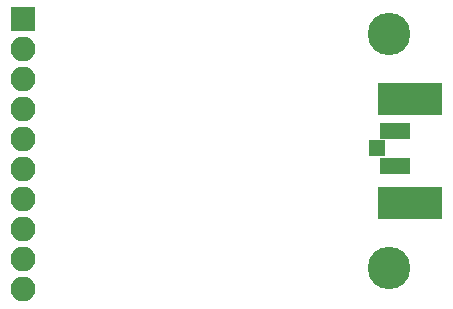
<source format=gbr>
%TF.GenerationSoftware,KiCad,Pcbnew,(5.0.0)*%
%TF.CreationDate,2018-08-05T20:37:26+03:00*%
%TF.ProjectId,lora1276Breakout,6C6F726131323736427265616B6F7574,1.0*%
%TF.SameCoordinates,Original*%
%TF.FileFunction,Soldermask,Bot*%
%TF.FilePolarity,Negative*%
%FSLAX46Y46*%
G04 Gerber Fmt 4.6, Leading zero omitted, Abs format (unit mm)*
G04 Created by KiCad (PCBNEW (5.0.0)) date 08/05/18 20:37:26*
%MOMM*%
%LPD*%
G01*
G04 APERTURE LIST*
%ADD10C,3.600000*%
%ADD11R,5.480000X2.820000*%
%ADD12R,2.100000X2.100000*%
%ADD13O,2.100000X2.100000*%
%ADD14R,2.600000X1.450000*%
%ADD15R,1.450000X1.400000*%
G04 APERTURE END LIST*
D10*
X173228000Y-83820000D03*
D11*
X175006000Y-98106000D03*
X175006000Y-89346000D03*
D10*
X173228000Y-103632000D03*
D12*
X142240000Y-82550000D03*
D13*
X142240000Y-85090000D03*
X142240000Y-87630000D03*
X142240000Y-90170000D03*
X142240000Y-92710000D03*
X142240000Y-95250000D03*
X142240000Y-97790000D03*
X142240000Y-100330000D03*
X142240000Y-102870000D03*
X142240000Y-105410000D03*
D14*
X173737000Y-91997000D03*
D15*
X172212000Y-93472000D03*
D14*
X173737000Y-94947000D03*
M02*

</source>
